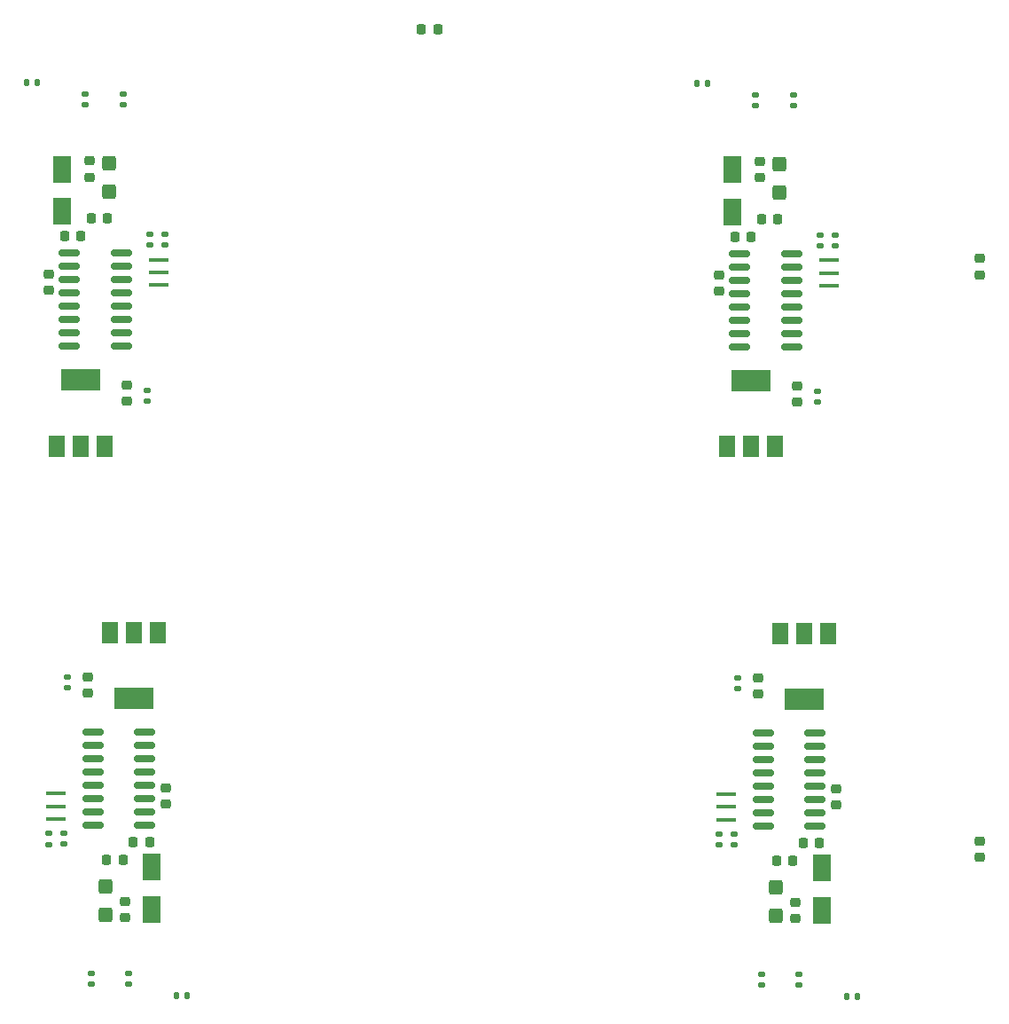
<source format=gbr>
%TF.GenerationSoftware,KiCad,Pcbnew,(6.0.1)*%
%TF.CreationDate,2022-04-04T10:53:51-04:00*%
%TF.ProjectId,arduino_usb_c,61726475-696e-46f5-9f75-73625f632e6b,rev?*%
%TF.SameCoordinates,Original*%
%TF.FileFunction,Paste,Bot*%
%TF.FilePolarity,Positive*%
%FSLAX46Y46*%
G04 Gerber Fmt 4.6, Leading zero omitted, Abs format (unit mm)*
G04 Created by KiCad (PCBNEW (6.0.1)) date 2022-04-04 10:53:51*
%MOMM*%
%LPD*%
G01*
G04 APERTURE LIST*
G04 Aperture macros list*
%AMRoundRect*
0 Rectangle with rounded corners*
0 $1 Rounding radius*
0 $2 $3 $4 $5 $6 $7 $8 $9 X,Y pos of 4 corners*
0 Add a 4 corners polygon primitive as box body*
4,1,4,$2,$3,$4,$5,$6,$7,$8,$9,$2,$3,0*
0 Add four circle primitives for the rounded corners*
1,1,$1+$1,$2,$3*
1,1,$1+$1,$4,$5*
1,1,$1+$1,$6,$7*
1,1,$1+$1,$8,$9*
0 Add four rect primitives between the rounded corners*
20,1,$1+$1,$2,$3,$4,$5,0*
20,1,$1+$1,$4,$5,$6,$7,0*
20,1,$1+$1,$6,$7,$8,$9,0*
20,1,$1+$1,$8,$9,$2,$3,0*%
G04 Aperture macros list end*
%ADD10RoundRect,0.225000X0.250000X-0.225000X0.250000X0.225000X-0.250000X0.225000X-0.250000X-0.225000X0*%
%ADD11R,1.800000X2.500000*%
%ADD12RoundRect,0.225000X0.225000X0.250000X-0.225000X0.250000X-0.225000X-0.250000X0.225000X-0.250000X0*%
%ADD13RoundRect,0.135000X-0.185000X0.135000X-0.185000X-0.135000X0.185000X-0.135000X0.185000X0.135000X0*%
%ADD14RoundRect,0.135000X0.135000X0.185000X-0.135000X0.185000X-0.135000X-0.185000X0.135000X-0.185000X0*%
%ADD15R,1.500000X2.000000*%
%ADD16R,3.800000X2.000000*%
%ADD17RoundRect,0.135000X0.185000X-0.135000X0.185000X0.135000X-0.185000X0.135000X-0.185000X-0.135000X0*%
%ADD18RoundRect,0.250000X0.425000X-0.450000X0.425000X0.450000X-0.425000X0.450000X-0.425000X-0.450000X0*%
%ADD19R,1.900000X0.400000*%
%ADD20RoundRect,0.225000X-0.250000X0.225000X-0.250000X-0.225000X0.250000X-0.225000X0.250000X0.225000X0*%
%ADD21RoundRect,0.225000X-0.225000X-0.250000X0.225000X-0.250000X0.225000X0.250000X-0.225000X0.250000X0*%
%ADD22RoundRect,0.135000X-0.135000X-0.185000X0.135000X-0.185000X0.135000X0.185000X-0.135000X0.185000X0*%
%ADD23RoundRect,0.150000X0.825000X0.150000X-0.825000X0.150000X-0.825000X-0.150000X0.825000X-0.150000X0*%
%ADD24RoundRect,0.250000X-0.425000X0.450000X-0.425000X-0.450000X0.425000X-0.450000X0.425000X0.450000X0*%
%ADD25RoundRect,0.150000X-0.825000X-0.150000X0.825000X-0.150000X0.825000X0.150000X-0.825000X0.150000X0*%
G04 APERTURE END LIST*
D10*
%TO.C,C5*%
X105213950Y-83677000D03*
X105213950Y-82127000D03*
%TD*%
D11*
%TO.C,D2*%
X115062000Y-138722600D03*
X115062000Y-142722600D03*
%TD*%
D12*
%TO.C,C4*%
X114834000Y-136321800D03*
X113284000Y-136321800D03*
%TD*%
%TO.C,C1*%
X176296650Y-138097327D03*
X174746650Y-138097327D03*
%TD*%
D13*
%TO.C,R2*%
X178920000Y-78376327D03*
X178920000Y-79396327D03*
%TD*%
D14*
%TO.C,R4*%
X182468950Y-151025927D03*
X181448950Y-151025927D03*
%TD*%
D15*
%TO.C,U3*%
X174553800Y-98596727D03*
D16*
X172253800Y-92296727D03*
D15*
X172253800Y-98596727D03*
X169953800Y-98596727D03*
%TD*%
D17*
%TO.C,R2*%
X170683250Y-136600727D03*
X170683250Y-135580727D03*
%TD*%
D18*
%TO.C,C8*%
X174620250Y-143358927D03*
X174620250Y-140658927D03*
%TD*%
D17*
%TO.C,R6*%
X108719150Y-65962200D03*
X108719150Y-64942200D03*
%TD*%
%TO.C,R3*%
X169260850Y-136602727D03*
X169260850Y-135582727D03*
%TD*%
D19*
%TO.C,Y1*%
X169892650Y-134168127D03*
X169892650Y-132968127D03*
X169892650Y-131768127D03*
%TD*%
D13*
%TO.C,R6*%
X112877600Y-148867400D03*
X112877600Y-149887400D03*
%TD*%
D20*
%TO.C,C10*%
X176684800Y-92792527D03*
X176684800Y-94342527D03*
%TD*%
%TO.C,C9*%
X109100150Y-71319000D03*
X109100150Y-72869000D03*
%TD*%
D17*
%TO.C,R5*%
X112325950Y-65962200D03*
X112325950Y-64942200D03*
%TD*%
D21*
%TO.C,C4*%
X106762750Y-78507800D03*
X108312750Y-78507800D03*
%TD*%
D17*
%TO.C,R2*%
X106680000Y-136527000D03*
X106680000Y-135507000D03*
%TD*%
D11*
%TO.C,D2*%
X106534750Y-76107000D03*
X106534750Y-72107000D03*
%TD*%
D22*
%TO.C,R4*%
X167134300Y-63951127D03*
X168154300Y-63951127D03*
%TD*%
D13*
%TO.C,R3*%
X116339150Y-78300600D03*
X116339150Y-79320600D03*
%TD*%
D17*
%TO.C,R6*%
X172722400Y-66035927D03*
X172722400Y-65015927D03*
%TD*%
D10*
%TO.C,C9*%
X112496600Y-143510600D03*
X112496600Y-141960600D03*
%TD*%
D13*
%TO.C,R3*%
X180342400Y-78374327D03*
X180342400Y-79394327D03*
%TD*%
D18*
%TO.C,C8*%
X110617000Y-143285200D03*
X110617000Y-140585200D03*
%TD*%
D23*
%TO.C,U2*%
X112159350Y-80133400D03*
X112159350Y-81403400D03*
X112159350Y-82673400D03*
X112159350Y-83943400D03*
X112159350Y-85213400D03*
X112159350Y-86483400D03*
X112159350Y-87753400D03*
X112159350Y-89023400D03*
X107209350Y-89023400D03*
X107209350Y-87753400D03*
X107209350Y-86483400D03*
X107209350Y-85213400D03*
X107209350Y-83943400D03*
X107209350Y-82673400D03*
X107209350Y-81403400D03*
X107209350Y-80133400D03*
%TD*%
D24*
%TO.C,C8*%
X110979750Y-71544400D03*
X110979750Y-74244400D03*
%TD*%
D10*
%TO.C,C10*%
X172918450Y-122184527D03*
X172918450Y-120634527D03*
%TD*%
D17*
%TO.C,R5*%
X176329200Y-66035927D03*
X176329200Y-65015927D03*
%TD*%
D19*
%TO.C,Y1*%
X115707350Y-80735200D03*
X115707350Y-81935200D03*
X115707350Y-83135200D03*
%TD*%
D24*
%TO.C,C8*%
X174983000Y-71618127D03*
X174983000Y-74318127D03*
%TD*%
D11*
%TO.C,D2*%
X170538000Y-76180727D03*
X170538000Y-72180727D03*
%TD*%
D20*
%TO.C,C5*%
X180386050Y-131226327D03*
X180386050Y-132776327D03*
%TD*%
D17*
%TO.C,R1*%
X107010200Y-121617200D03*
X107010200Y-120597200D03*
%TD*%
D10*
%TO.C,C5*%
X169217200Y-83750727D03*
X169217200Y-82200727D03*
%TD*%
D17*
%TO.C,R1*%
X171013450Y-121690927D03*
X171013450Y-120670927D03*
%TD*%
D19*
%TO.C,Y1*%
X105889400Y-134094400D03*
X105889400Y-132894400D03*
X105889400Y-131694400D03*
%TD*%
D21*
%TO.C,C4*%
X170766000Y-78581527D03*
X172316000Y-78581527D03*
%TD*%
D13*
%TO.C,R6*%
X176880850Y-148941127D03*
X176880850Y-149961127D03*
%TD*%
D21*
%TO.C,C1*%
X109303350Y-76806000D03*
X110853350Y-76806000D03*
%TD*%
D15*
%TO.C,U3*%
X175049450Y-116380327D03*
X177349450Y-116380327D03*
D16*
X177349450Y-122680327D03*
D15*
X179649450Y-116380327D03*
%TD*%
D22*
%TO.C,R4*%
X103131050Y-63877400D03*
X104151050Y-63877400D03*
%TD*%
D10*
%TO.C,C10*%
X108915200Y-122110800D03*
X108915200Y-120560800D03*
%TD*%
D11*
%TO.C,D2*%
X179065250Y-138796327D03*
X179065250Y-142796327D03*
%TD*%
D15*
%TO.C,U3*%
X111046200Y-116306600D03*
D16*
X113346200Y-122606600D03*
D15*
X113346200Y-116306600D03*
X115646200Y-116306600D03*
%TD*%
D13*
%TO.C,R5*%
X109270800Y-148867400D03*
X109270800Y-149887400D03*
%TD*%
D10*
%TO.C,C9*%
X176499850Y-143584327D03*
X176499850Y-142034327D03*
%TD*%
D13*
%TO.C,R5*%
X173274050Y-148941127D03*
X173274050Y-149961127D03*
%TD*%
D17*
%TO.C,R3*%
X105257600Y-136529000D03*
X105257600Y-135509000D03*
%TD*%
D12*
%TO.C,C1*%
X112293400Y-138023600D03*
X110743400Y-138023600D03*
%TD*%
D14*
%TO.C,R4*%
X118465700Y-150952200D03*
X117445700Y-150952200D03*
%TD*%
D12*
%TO.C,C4*%
X178837250Y-136395527D03*
X177287250Y-136395527D03*
%TD*%
D10*
%TO.C,C7*%
X194140000Y-82175000D03*
X194140000Y-80625000D03*
%TD*%
D13*
%TO.C,R2*%
X114916750Y-78302600D03*
X114916750Y-79322600D03*
%TD*%
D20*
%TO.C,C9*%
X173103400Y-71392727D03*
X173103400Y-72942727D03*
%TD*%
D25*
%TO.C,U2*%
X109437400Y-134696200D03*
X109437400Y-133426200D03*
X109437400Y-132156200D03*
X109437400Y-130886200D03*
X109437400Y-129616200D03*
X109437400Y-128346200D03*
X109437400Y-127076200D03*
X109437400Y-125806200D03*
X114387400Y-125806200D03*
X114387400Y-127076200D03*
X114387400Y-128346200D03*
X114387400Y-129616200D03*
X114387400Y-130886200D03*
X114387400Y-132156200D03*
X114387400Y-133426200D03*
X114387400Y-134696200D03*
%TD*%
D12*
%TO.C,C7*%
X142375000Y-58760000D03*
X140825000Y-58760000D03*
%TD*%
D25*
%TO.C,U2*%
X173440650Y-134769927D03*
X173440650Y-133499927D03*
X173440650Y-132229927D03*
X173440650Y-130959927D03*
X173440650Y-129689927D03*
X173440650Y-128419927D03*
X173440650Y-127149927D03*
X173440650Y-125879927D03*
X178390650Y-125879927D03*
X178390650Y-127149927D03*
X178390650Y-128419927D03*
X178390650Y-129689927D03*
X178390650Y-130959927D03*
X178390650Y-132229927D03*
X178390650Y-133499927D03*
X178390650Y-134769927D03*
%TD*%
D21*
%TO.C,C1*%
X173306600Y-76879727D03*
X174856600Y-76879727D03*
%TD*%
D20*
%TO.C,C10*%
X112681550Y-92718800D03*
X112681550Y-94268800D03*
%TD*%
D10*
%TO.C,C7*%
X194140000Y-137775000D03*
X194140000Y-136225000D03*
%TD*%
D13*
%TO.C,R1*%
X114586550Y-93212400D03*
X114586550Y-94232400D03*
%TD*%
D20*
%TO.C,C5*%
X116382800Y-131152600D03*
X116382800Y-132702600D03*
%TD*%
D13*
%TO.C,R1*%
X178589800Y-93286127D03*
X178589800Y-94306127D03*
%TD*%
D19*
%TO.C,Y1*%
X179710600Y-80808927D03*
X179710600Y-82008927D03*
X179710600Y-83208927D03*
%TD*%
D15*
%TO.C,U3*%
X110550550Y-98523000D03*
D16*
X108250550Y-92223000D03*
D15*
X108250550Y-98523000D03*
X105950550Y-98523000D03*
%TD*%
D23*
%TO.C,U2*%
X176162600Y-80207127D03*
X176162600Y-81477127D03*
X176162600Y-82747127D03*
X176162600Y-84017127D03*
X176162600Y-85287127D03*
X176162600Y-86557127D03*
X176162600Y-87827127D03*
X176162600Y-89097127D03*
X171212600Y-89097127D03*
X171212600Y-87827127D03*
X171212600Y-86557127D03*
X171212600Y-85287127D03*
X171212600Y-84017127D03*
X171212600Y-82747127D03*
X171212600Y-81477127D03*
X171212600Y-80207127D03*
%TD*%
M02*

</source>
